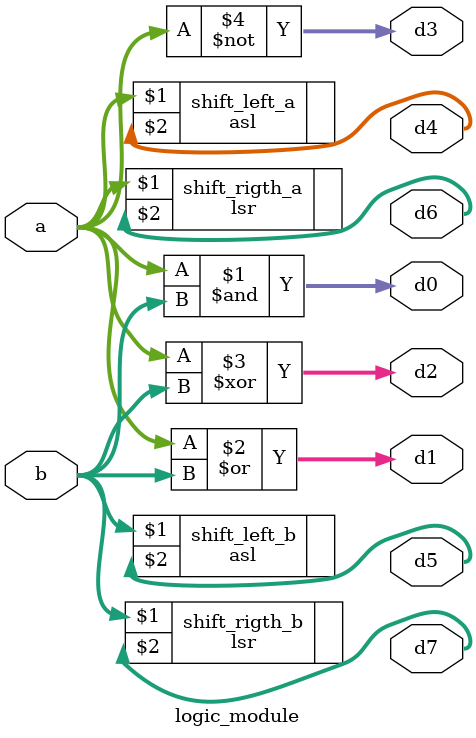
<source format=sv>
module logic_module
	#(parameter N = 4)
	(input logic [N - 1 : 0] a, b, output logic [N : 1 - 0] d0, d1, d2, d3, d4, d5, d6, d7);
	
	assign d0 = a & b;
	assign d1 = a | b;
	assign d2 = a ^ b;
	assign d3 = ~a;
	
	asl #(N) shift_left_a (a, d4);
	asl #(N) shift_left_b (b, d5);
	lsr #(N) shift_rigth_a (a, d6);
	lsr #(N) shift_rigth_b (b, d7);
	
	
endmodule

</source>
